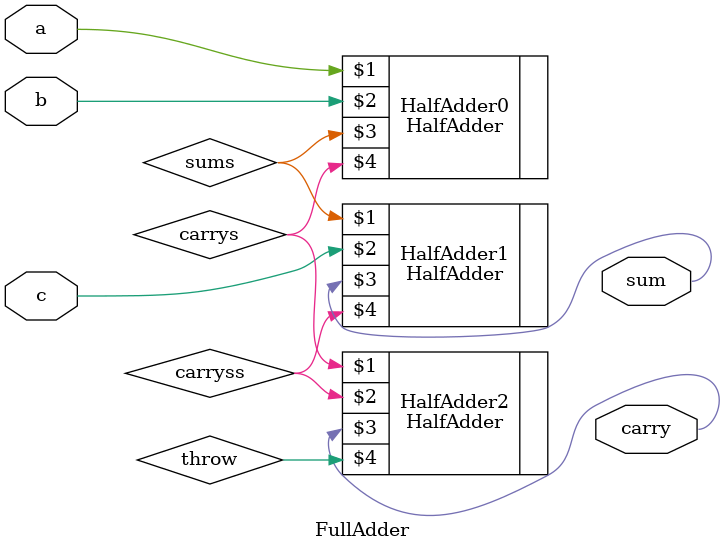
<source format=v>
/**
 * Computes the sum of three bits.
 */

`default_nettype none
module FullAdder(
	input a,		//1-bit input
	input b,		//1-bit input
	input c,		//1-bit input
	output sum,		//Right bit of a + b + c
	output carry	//Left bit of a + b + c
);

	wire sums, carrys, carryss, throw;
	HalfAdder HalfAdder0(a, b, sums, carrys);
	HalfAdder HalfAdder1(sums, c, sum, carryss);
	HalfAdder HalfAdder2(carrys, carryss, carry, throw);

endmodule

</source>
